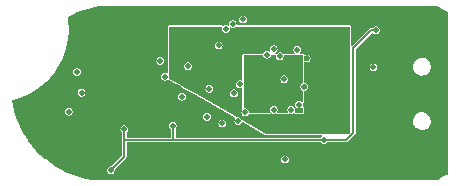
<source format=gbr>
%TF.GenerationSoftware,KiCad,Pcbnew,(6.0.8)*%
%TF.CreationDate,2022-10-18T11:45:21-07:00*%
%TF.ProjectId,ovrdrive,6f767264-7269-4766-952e-6b696361645f,rev?*%
%TF.SameCoordinates,Original*%
%TF.FileFunction,Copper,L2,Inr*%
%TF.FilePolarity,Positive*%
%FSLAX46Y46*%
G04 Gerber Fmt 4.6, Leading zero omitted, Abs format (unit mm)*
G04 Created by KiCad (PCBNEW (6.0.8)) date 2022-10-18 11:45:21*
%MOMM*%
%LPD*%
G01*
G04 APERTURE LIST*
%TA.AperFunction,ComponentPad*%
%ADD10O,3.500000X1.900000*%
%TD*%
%TA.AperFunction,ViaPad*%
%ADD11C,0.460000*%
%TD*%
%TA.AperFunction,Conductor*%
%ADD12C,0.200000*%
%TD*%
G04 APERTURE END LIST*
D10*
%TO.N,GND*%
%TO.C,J1*%
X142100000Y-98500000D03*
X142100000Y-109900000D03*
%TD*%
D11*
%TO.N,GND*%
X126950000Y-97150000D03*
X110050000Y-106100000D03*
X139750000Y-110950000D03*
X136500000Y-108600000D03*
X135500000Y-97050000D03*
X132350000Y-101200000D03*
X132150000Y-103600000D03*
X122550000Y-105950000D03*
X118700000Y-99150000D03*
X114050000Y-109700000D03*
X114400000Y-106600000D03*
%TO.N,+1V8*%
X131750000Y-104220000D03*
X127300000Y-102200000D03*
X128600000Y-105500000D03*
X131000000Y-101200000D03*
%TO.N,Net-(JP1-Pad2)*%
X130500000Y-109750000D03*
%TO.N,/INHIBIT*%
X112200000Y-105700000D03*
X120350000Y-102750000D03*
%TO.N,/RB1*%
X131550000Y-100450000D03*
%TO.N,/RB0*%
X130050000Y-101010000D03*
%TO.N,/~{CE1}*%
X130450000Y-102950000D03*
%TO.N,/DQS*%
X129550000Y-105540500D03*
%TO.N,/~{CE3}*%
X131050000Y-105540500D03*
%TO.N,/~{CE2}*%
X131700000Y-105100000D03*
%TO.N,/~{RE}*%
X129550000Y-100400000D03*
%TO.N,/~{CE}*%
X119950000Y-101400000D03*
X128991864Y-100879856D03*
%TO.N,/~{WP}*%
X123900000Y-106150000D03*
%TO.N,/~{WE}*%
X125200000Y-106700000D03*
%TO.N,/ALE*%
X126550000Y-106500000D03*
%TO.N,/CLE*%
X127150000Y-105740500D03*
%TO.N,Net-(U2-Pad9)*%
X122300000Y-101850000D03*
%TO.N,+3.3V*%
X128000000Y-106500000D03*
X121400000Y-101400000D03*
X130600000Y-100400000D03*
X126300000Y-102700000D03*
X132400000Y-102100000D03*
X129100000Y-106500000D03*
X123300000Y-101304500D03*
X132400000Y-105100000D03*
%TO.N,GND*%
X132500000Y-109000000D03*
X131000000Y-110600000D03*
%TO.N,+5V*%
X116895500Y-107200000D03*
X115750000Y-110650000D03*
X138200000Y-98800000D03*
X121000000Y-106900000D03*
X133800000Y-108095500D03*
%TO.N,/Distruct_PWM*%
X113279500Y-104100000D03*
X138000000Y-101950000D03*
%TO.N,/KILL*%
X112900000Y-102350000D03*
%TO.N,/FD7*%
X126950000Y-97900000D03*
%TO.N,/FD6*%
X126072701Y-98279500D03*
%TO.N,/FD5*%
X125500000Y-98700000D03*
%TO.N,/FD4*%
X124900000Y-100100000D03*
%TO.N,/FD3*%
X126677375Y-103384648D03*
%TO.N,/FD2*%
X124104500Y-103764148D03*
%TO.N,/FD1*%
X121770207Y-104429793D03*
%TO.N,/FD0*%
X126204500Y-104150000D03*
%TD*%
D12*
%TO.N,+5V*%
X121050000Y-106950000D02*
X121000000Y-106900000D01*
X136300000Y-100300000D02*
X136300000Y-107500000D01*
X121050000Y-108100000D02*
X121050000Y-106950000D01*
X138200000Y-98800000D02*
X137800000Y-98800000D01*
X116900000Y-108100000D02*
X116895500Y-108104500D01*
X136300000Y-107500000D02*
X135704500Y-108095500D01*
X116895500Y-108104500D02*
X116895500Y-109504500D01*
X121050000Y-108100000D02*
X116900000Y-108100000D01*
X116895500Y-107200000D02*
X116895500Y-108104500D01*
X133800000Y-108095500D02*
X133795500Y-108100000D01*
X137800000Y-98800000D02*
X136600000Y-100000000D01*
X116895500Y-109504500D02*
X115750000Y-110650000D01*
X135704500Y-108095500D02*
X133800000Y-108095500D01*
X136600000Y-100000000D02*
X136300000Y-100300000D01*
X133795500Y-108100000D02*
X121050000Y-108100000D01*
%TD*%
%TA.AperFunction,Conductor*%
%TO.N,GND*%
G36*
X143451717Y-96738710D02*
G01*
X143572711Y-96860679D01*
X143760559Y-97005601D01*
X143761960Y-97006412D01*
X143949016Y-97114710D01*
X143965882Y-97124475D01*
X143967364Y-97125088D01*
X143967369Y-97125091D01*
X144183599Y-97214607D01*
X144183606Y-97214609D01*
X144185093Y-97215225D01*
X144186656Y-97215641D01*
X144297569Y-97245170D01*
X144327359Y-97267953D01*
X144333963Y-97292521D01*
X144333963Y-110954924D01*
X144319611Y-110989572D01*
X144297569Y-111002275D01*
X144267317Y-111010329D01*
X144185095Y-111032219D01*
X144183599Y-111032838D01*
X144183597Y-111032839D01*
X144078107Y-111076508D01*
X143965885Y-111122964D01*
X143760562Y-111241833D01*
X143572713Y-111386749D01*
X143571578Y-111387893D01*
X143571577Y-111387894D01*
X143451702Y-111508729D01*
X143416916Y-111523219D01*
X115307538Y-111523219D01*
X115292762Y-111520938D01*
X115291029Y-111520390D01*
X115291028Y-111520390D01*
X115283630Y-111518050D01*
X115276269Y-111520506D01*
X115274694Y-111520518D01*
X115260652Y-111522605D01*
X114738980Y-111508640D01*
X114735610Y-111508433D01*
X114194885Y-111456380D01*
X114191525Y-111455938D01*
X113655715Y-111366619D01*
X113652416Y-111365952D01*
X113124047Y-111239791D01*
X113120806Y-111238898D01*
X112602428Y-111076503D01*
X112599255Y-111075388D01*
X112093359Y-110877539D01*
X112090249Y-110876197D01*
X112068106Y-110865718D01*
X111612266Y-110650000D01*
X115414402Y-110650000D01*
X115434641Y-110764781D01*
X115492917Y-110865718D01*
X115582201Y-110940636D01*
X115586227Y-110942101D01*
X115586228Y-110942102D01*
X115621456Y-110954924D01*
X115691724Y-110980500D01*
X115808276Y-110980500D01*
X115878544Y-110954924D01*
X115913772Y-110942102D01*
X115913773Y-110942101D01*
X115917799Y-110940636D01*
X116007083Y-110865718D01*
X116065359Y-110764781D01*
X116085598Y-110650000D01*
X116084854Y-110645781D01*
X116084854Y-110645777D01*
X116082226Y-110630875D01*
X116090342Y-110594261D01*
X116095833Y-110587717D01*
X116933550Y-109750000D01*
X130164402Y-109750000D01*
X130184641Y-109864781D01*
X130242917Y-109965718D01*
X130332201Y-110040636D01*
X130336227Y-110042101D01*
X130336228Y-110042102D01*
X130392435Y-110062560D01*
X130441724Y-110080500D01*
X130558276Y-110080500D01*
X130607565Y-110062560D01*
X130663772Y-110042102D01*
X130663773Y-110042101D01*
X130667799Y-110040636D01*
X130757083Y-109965718D01*
X130815359Y-109864781D01*
X130835598Y-109750000D01*
X130815359Y-109635219D01*
X130812515Y-109630292D01*
X130759227Y-109537996D01*
X130757083Y-109534282D01*
X130667799Y-109459364D01*
X130663773Y-109457899D01*
X130663772Y-109457898D01*
X130562306Y-109420967D01*
X130562307Y-109420967D01*
X130558276Y-109419500D01*
X130441724Y-109419500D01*
X130437693Y-109420967D01*
X130437694Y-109420967D01*
X130336228Y-109457898D01*
X130336227Y-109457899D01*
X130332201Y-109459364D01*
X130242917Y-109534282D01*
X130240773Y-109537996D01*
X130187486Y-109630292D01*
X130184641Y-109635219D01*
X130164402Y-109750000D01*
X116933550Y-109750000D01*
X117007186Y-109676364D01*
X117014284Y-109671334D01*
X117014233Y-109671270D01*
X117018549Y-109667837D01*
X117023524Y-109665448D01*
X117043481Y-109640493D01*
X117047101Y-109636449D01*
X117053258Y-109630292D01*
X117054721Y-109627965D01*
X117054723Y-109627962D01*
X117057723Y-109623189D01*
X117060940Y-109618662D01*
X117077209Y-109598318D01*
X117080656Y-109594008D01*
X117081893Y-109588628D01*
X117084293Y-109583664D01*
X117084309Y-109583672D01*
X117084855Y-109582358D01*
X117084839Y-109582352D01*
X117086663Y-109577144D01*
X117089599Y-109572472D01*
X117093146Y-109541095D01*
X117094080Y-109535632D01*
X117096000Y-109527281D01*
X117096000Y-109518615D01*
X117096310Y-109513110D01*
X117099255Y-109487061D01*
X117099875Y-109481576D01*
X117098055Y-109476364D01*
X117097440Y-109470884D01*
X117097477Y-109470880D01*
X117096000Y-109462171D01*
X117096000Y-108349500D01*
X117110352Y-108314852D01*
X117145000Y-108300500D01*
X121044108Y-108300500D01*
X121095318Y-108300545D01*
X121095563Y-108300545D01*
X121095638Y-108300509D01*
X121095719Y-108300500D01*
X133512309Y-108300500D01*
X133543806Y-108311964D01*
X133632201Y-108386136D01*
X133636227Y-108387601D01*
X133636228Y-108387602D01*
X133697897Y-108410048D01*
X133741724Y-108426000D01*
X133858276Y-108426000D01*
X133902103Y-108410048D01*
X133963772Y-108387602D01*
X133963773Y-108387601D01*
X133967799Y-108386136D01*
X134054629Y-108313277D01*
X134054631Y-108313276D01*
X134057083Y-108311218D01*
X134057539Y-108311762D01*
X134087460Y-108296186D01*
X134091730Y-108296000D01*
X135661948Y-108296000D01*
X135670522Y-108297461D01*
X135670531Y-108297381D01*
X135676012Y-108298006D01*
X135681219Y-108299834D01*
X135686702Y-108299224D01*
X135686704Y-108299224D01*
X135712967Y-108296301D01*
X135718386Y-108296000D01*
X135727103Y-108296000D01*
X135729780Y-108295389D01*
X135729782Y-108295389D01*
X135735283Y-108294134D01*
X135740745Y-108293210D01*
X135772133Y-108289717D01*
X135776810Y-108286789D01*
X135782022Y-108284974D01*
X135782028Y-108284990D01*
X135783340Y-108284448D01*
X135783333Y-108284433D01*
X135788308Y-108282039D01*
X135793685Y-108280812D01*
X135818389Y-108261126D01*
X135822900Y-108257933D01*
X135830166Y-108253384D01*
X135836297Y-108247253D01*
X135840408Y-108243580D01*
X135860907Y-108227245D01*
X135865224Y-108223805D01*
X135867623Y-108218831D01*
X135871062Y-108214523D01*
X135871091Y-108214547D01*
X135876205Y-108207345D01*
X136411686Y-107671864D01*
X136418784Y-107666834D01*
X136418733Y-107666770D01*
X136423049Y-107663337D01*
X136428024Y-107660948D01*
X136447981Y-107635993D01*
X136451601Y-107631949D01*
X136457758Y-107625792D01*
X136459221Y-107623465D01*
X136459223Y-107623462D01*
X136462223Y-107618689D01*
X136465440Y-107614162D01*
X136481709Y-107593818D01*
X136485156Y-107589508D01*
X136486393Y-107584128D01*
X136488793Y-107579164D01*
X136488809Y-107579172D01*
X136489355Y-107577858D01*
X136489339Y-107577852D01*
X136491163Y-107572644D01*
X136494099Y-107567972D01*
X136497646Y-107536600D01*
X136498581Y-107531128D01*
X136499878Y-107525485D01*
X136500500Y-107522781D01*
X136500500Y-107514109D01*
X136500810Y-107508605D01*
X136503754Y-107482557D01*
X136504374Y-107477076D01*
X136502555Y-107471868D01*
X136501940Y-107466384D01*
X136501976Y-107466380D01*
X136500500Y-107457674D01*
X136500500Y-106540862D01*
X141345497Y-106540862D01*
X141375134Y-106713340D01*
X141376249Y-106715960D01*
X141376250Y-106715964D01*
X141408647Y-106792102D01*
X141443654Y-106874373D01*
X141547383Y-107015324D01*
X141549551Y-107017166D01*
X141549553Y-107017168D01*
X141634621Y-107089438D01*
X141680755Y-107128632D01*
X141836616Y-107208219D01*
X141839384Y-107208896D01*
X141839383Y-107208896D01*
X142004487Y-107249297D01*
X142004493Y-107249298D01*
X142006606Y-107249815D01*
X142017648Y-107250500D01*
X142143822Y-107250500D01*
X142273828Y-107235343D01*
X142438331Y-107175631D01*
X142440708Y-107174072D01*
X142440711Y-107174071D01*
X142492313Y-107140239D01*
X142584685Y-107079677D01*
X142669035Y-106990636D01*
X142703082Y-106954695D01*
X142705040Y-106952628D01*
X142726479Y-106915718D01*
X142791508Y-106803763D01*
X142791510Y-106803758D01*
X142792939Y-106801298D01*
X142819579Y-106713340D01*
X142842842Y-106636532D01*
X142842842Y-106636529D01*
X142843667Y-106633807D01*
X142854503Y-106459138D01*
X142824866Y-106286660D01*
X142823751Y-106284040D01*
X142823750Y-106284036D01*
X142757462Y-106128250D01*
X142756346Y-106125627D01*
X142652617Y-105984676D01*
X142650449Y-105982834D01*
X142650447Y-105982832D01*
X142521412Y-105873209D01*
X142519245Y-105871368D01*
X142363384Y-105791781D01*
X142339317Y-105785892D01*
X142195513Y-105750703D01*
X142195507Y-105750702D01*
X142193394Y-105750185D01*
X142182352Y-105749500D01*
X142056178Y-105749500D01*
X141926172Y-105764657D01*
X141761669Y-105824369D01*
X141759292Y-105825928D01*
X141759289Y-105825929D01*
X141710529Y-105857898D01*
X141615315Y-105920323D01*
X141494960Y-106047372D01*
X141493530Y-106049834D01*
X141408492Y-106196237D01*
X141408490Y-106196242D01*
X141407061Y-106198702D01*
X141406235Y-106201431D01*
X141406234Y-106201432D01*
X141357602Y-106362004D01*
X141356333Y-106366193D01*
X141345497Y-106540862D01*
X136500500Y-106540862D01*
X136500500Y-101950000D01*
X137664402Y-101950000D01*
X137684641Y-102064781D01*
X137742917Y-102165718D01*
X137832201Y-102240636D01*
X137836227Y-102242101D01*
X137836228Y-102242102D01*
X137897897Y-102264548D01*
X137941724Y-102280500D01*
X138058276Y-102280500D01*
X138102103Y-102264548D01*
X138163772Y-102242102D01*
X138163773Y-102242101D01*
X138167799Y-102240636D01*
X138257083Y-102165718D01*
X138315359Y-102064781D01*
X138335598Y-101950000D01*
X138333987Y-101940862D01*
X141345497Y-101940862D01*
X141375134Y-102113340D01*
X141376249Y-102115960D01*
X141376250Y-102115964D01*
X141411399Y-102198568D01*
X141443654Y-102274373D01*
X141547383Y-102415324D01*
X141549551Y-102417166D01*
X141549553Y-102417168D01*
X141674978Y-102523724D01*
X141680755Y-102528632D01*
X141683284Y-102529924D01*
X141683285Y-102529924D01*
X141687192Y-102531919D01*
X141836616Y-102608219D01*
X141839384Y-102608896D01*
X141839383Y-102608896D01*
X142004487Y-102649297D01*
X142004493Y-102649298D01*
X142006606Y-102649815D01*
X142017648Y-102650500D01*
X142143822Y-102650500D01*
X142273828Y-102635343D01*
X142438331Y-102575631D01*
X142440708Y-102574072D01*
X142440711Y-102574071D01*
X142507301Y-102530412D01*
X142584685Y-102479677D01*
X142705040Y-102352628D01*
X142746935Y-102280500D01*
X142791508Y-102203763D01*
X142791510Y-102203758D01*
X142792939Y-102201298D01*
X142793766Y-102198568D01*
X142842842Y-102036532D01*
X142842842Y-102036529D01*
X142843667Y-102033807D01*
X142854503Y-101859138D01*
X142824866Y-101686660D01*
X142823751Y-101684040D01*
X142823750Y-101684036D01*
X142757462Y-101528250D01*
X142756346Y-101525627D01*
X142652617Y-101384676D01*
X142650449Y-101382834D01*
X142650447Y-101382832D01*
X142521412Y-101273209D01*
X142519245Y-101271368D01*
X142515844Y-101269631D01*
X142490867Y-101256878D01*
X142363384Y-101191781D01*
X142321475Y-101181526D01*
X142195513Y-101150703D01*
X142195507Y-101150702D01*
X142193394Y-101150185D01*
X142182352Y-101149500D01*
X142056178Y-101149500D01*
X141926172Y-101164657D01*
X141761669Y-101224369D01*
X141759292Y-101225928D01*
X141759289Y-101225929D01*
X141708387Y-101259302D01*
X141615315Y-101320323D01*
X141494960Y-101447372D01*
X141493530Y-101449834D01*
X141408492Y-101596237D01*
X141408490Y-101596242D01*
X141407061Y-101598702D01*
X141406235Y-101601431D01*
X141406234Y-101601432D01*
X141363591Y-101742230D01*
X141356333Y-101766193D01*
X141345497Y-101940862D01*
X138333987Y-101940862D01*
X138315359Y-101835219D01*
X138257083Y-101734282D01*
X138167799Y-101659364D01*
X138163773Y-101657899D01*
X138163772Y-101657898D01*
X138062306Y-101620967D01*
X138062307Y-101620967D01*
X138058276Y-101619500D01*
X137941724Y-101619500D01*
X137937693Y-101620967D01*
X137937694Y-101620967D01*
X137836228Y-101657898D01*
X137836227Y-101657899D01*
X137832201Y-101659364D01*
X137742917Y-101734282D01*
X137684641Y-101835219D01*
X137664402Y-101950000D01*
X136500500Y-101950000D01*
X136500500Y-100403346D01*
X136514852Y-100368698D01*
X136757758Y-100125792D01*
X137868697Y-99014852D01*
X137903345Y-99000500D01*
X137908270Y-99000500D01*
X137942260Y-99014579D01*
X137942917Y-99015718D01*
X138032201Y-99090636D01*
X138036227Y-99092101D01*
X138036228Y-99092102D01*
X138097897Y-99114548D01*
X138141724Y-99130500D01*
X138258276Y-99130500D01*
X138302103Y-99114548D01*
X138363772Y-99092102D01*
X138363773Y-99092101D01*
X138367799Y-99090636D01*
X138457083Y-99015718D01*
X138515359Y-98914781D01*
X138535598Y-98800000D01*
X138515359Y-98685219D01*
X138457083Y-98584282D01*
X138367799Y-98509364D01*
X138363773Y-98507899D01*
X138363772Y-98507898D01*
X138280365Y-98477540D01*
X138258276Y-98469500D01*
X138141724Y-98469500D01*
X138119635Y-98477540D01*
X138036228Y-98507898D01*
X138036227Y-98507899D01*
X138032201Y-98509364D01*
X137945371Y-98582223D01*
X137945369Y-98582224D01*
X137942917Y-98584282D01*
X137942461Y-98583738D01*
X137912540Y-98599314D01*
X137908270Y-98599500D01*
X137842552Y-98599500D01*
X137833980Y-98598038D01*
X137833971Y-98598119D01*
X137828486Y-98597494D01*
X137823281Y-98595666D01*
X137817798Y-98596276D01*
X137817796Y-98596276D01*
X137791532Y-98599199D01*
X137786113Y-98599500D01*
X137777397Y-98599500D01*
X137769213Y-98601367D01*
X137763747Y-98602291D01*
X137755256Y-98603235D01*
X137737853Y-98605172D01*
X137737852Y-98605172D01*
X137732366Y-98605783D01*
X137727688Y-98608712D01*
X137722478Y-98610526D01*
X137722472Y-98610509D01*
X137721160Y-98611052D01*
X137721167Y-98611067D01*
X137716192Y-98613461D01*
X137710815Y-98614688D01*
X137706502Y-98618125D01*
X137706500Y-98618126D01*
X137686126Y-98634362D01*
X137681592Y-98637572D01*
X137674333Y-98642117D01*
X137668203Y-98648247D01*
X137664092Y-98651920D01*
X137639276Y-98671695D01*
X137636877Y-98676669D01*
X137633438Y-98680977D01*
X137633409Y-98680953D01*
X137628295Y-98688155D01*
X136189148Y-100127302D01*
X136154500Y-100141654D01*
X136119852Y-100127302D01*
X136105500Y-100092654D01*
X136105500Y-98549000D01*
X136097469Y-98508626D01*
X136089940Y-98490449D01*
X136083487Y-98474870D01*
X136083482Y-98474859D01*
X136083117Y-98473978D01*
X136075602Y-98459229D01*
X136034821Y-98424398D01*
X136028954Y-98419387D01*
X136028953Y-98419386D01*
X136026022Y-98416883D01*
X135991374Y-98402531D01*
X135989012Y-98402061D01*
X135989008Y-98402060D01*
X135971187Y-98398516D01*
X135951000Y-98394500D01*
X126446418Y-98394500D01*
X126411770Y-98380148D01*
X126397418Y-98345500D01*
X126398162Y-98336991D01*
X126407555Y-98283720D01*
X126407555Y-98283719D01*
X126408299Y-98279500D01*
X126388060Y-98164719D01*
X126329784Y-98063782D01*
X126240500Y-97988864D01*
X126236474Y-97987399D01*
X126236473Y-97987398D01*
X126135007Y-97950467D01*
X126135008Y-97950467D01*
X126130977Y-97949000D01*
X126014425Y-97949000D01*
X126010394Y-97950467D01*
X126010395Y-97950467D01*
X125908929Y-97987398D01*
X125908928Y-97987399D01*
X125904902Y-97988864D01*
X125815618Y-98063782D01*
X125757342Y-98164719D01*
X125737103Y-98279500D01*
X125747241Y-98336991D01*
X125752635Y-98367584D01*
X125744518Y-98404198D01*
X125712888Y-98424349D01*
X125676274Y-98416232D01*
X125672883Y-98413630D01*
X125671082Y-98412118D01*
X125671079Y-98412116D01*
X125667799Y-98409364D01*
X125663773Y-98407899D01*
X125663772Y-98407898D01*
X125562306Y-98370967D01*
X125562307Y-98370967D01*
X125558276Y-98369500D01*
X125441724Y-98369500D01*
X125437693Y-98370967D01*
X125437694Y-98370967D01*
X125336228Y-98407898D01*
X125336227Y-98407899D01*
X125332201Y-98409364D01*
X125328918Y-98412119D01*
X125304955Y-98432226D01*
X125269187Y-98443504D01*
X125241635Y-98431950D01*
X125226926Y-98419387D01*
X125226925Y-98419387D01*
X125223994Y-98416883D01*
X125189346Y-98402531D01*
X125186984Y-98402061D01*
X125186980Y-98402060D01*
X125169159Y-98398516D01*
X125148972Y-98394500D01*
X120749000Y-98394500D01*
X120728813Y-98398516D01*
X120710992Y-98402060D01*
X120710988Y-98402061D01*
X120708626Y-98402531D01*
X120692130Y-98409364D01*
X120674870Y-98416513D01*
X120674859Y-98416518D01*
X120673978Y-98416883D01*
X120659229Y-98424398D01*
X120642911Y-98443504D01*
X120619455Y-98470967D01*
X120616883Y-98473978D01*
X120602531Y-98508626D01*
X120594500Y-98549000D01*
X120594500Y-102419636D01*
X120580148Y-102454284D01*
X120545500Y-102468636D01*
X120521038Y-102462082D01*
X120517799Y-102459364D01*
X120408276Y-102419500D01*
X120291724Y-102419500D01*
X120287693Y-102420967D01*
X120287694Y-102420967D01*
X120186228Y-102457898D01*
X120186227Y-102457899D01*
X120182201Y-102459364D01*
X120092917Y-102534282D01*
X120034641Y-102635219D01*
X120033897Y-102639438D01*
X120026915Y-102679033D01*
X120014402Y-102750000D01*
X120034641Y-102864781D01*
X120036784Y-102868492D01*
X120036784Y-102868493D01*
X120050570Y-102892371D01*
X120092917Y-102965718D01*
X120182201Y-103040636D01*
X120186227Y-103042101D01*
X120186228Y-103042102D01*
X120247897Y-103064548D01*
X120291724Y-103080500D01*
X120408276Y-103080500D01*
X120452103Y-103064548D01*
X120513772Y-103042102D01*
X120513773Y-103042101D01*
X120517799Y-103040636D01*
X120584799Y-102984417D01*
X120620566Y-102973139D01*
X120648488Y-102985012D01*
X120672170Y-103005650D01*
X120674253Y-103006844D01*
X120674256Y-103006846D01*
X121315747Y-103374529D01*
X121333401Y-103384648D01*
X121493093Y-103476179D01*
X121995507Y-103764148D01*
X122155199Y-103855679D01*
X122668696Y-104150000D01*
X122828388Y-104241531D01*
X126158058Y-106150000D01*
X126275035Y-106217048D01*
X126297958Y-106246729D01*
X126293180Y-106283927D01*
X126292955Y-106284250D01*
X126292917Y-106284282D01*
X126234641Y-106385219D01*
X126214402Y-106500000D01*
X126234641Y-106614781D01*
X126292917Y-106715718D01*
X126382201Y-106790636D01*
X126386227Y-106792101D01*
X126386228Y-106792102D01*
X126411494Y-106801298D01*
X126491724Y-106830500D01*
X126608276Y-106830500D01*
X126688506Y-106801298D01*
X126713772Y-106792102D01*
X126713773Y-106792101D01*
X126717799Y-106790636D01*
X126807083Y-106715718D01*
X126865359Y-106614781D01*
X126866718Y-106615565D01*
X126888013Y-106592327D01*
X126925480Y-106590692D01*
X126933087Y-106594225D01*
X128631966Y-107567972D01*
X128836218Y-107685043D01*
X128837692Y-107685649D01*
X128837693Y-107685650D01*
X128860055Y-107694851D01*
X128860060Y-107694853D01*
X128861536Y-107695460D01*
X128863077Y-107695870D01*
X128863082Y-107695872D01*
X128884362Y-107701538D01*
X128884366Y-107701539D01*
X128885903Y-107701948D01*
X128913048Y-107705500D01*
X133627308Y-107705500D01*
X133661956Y-107719852D01*
X133676308Y-107754500D01*
X133661956Y-107789148D01*
X133644067Y-107800545D01*
X133636228Y-107803398D01*
X133636227Y-107803399D01*
X133632201Y-107804864D01*
X133542917Y-107879782D01*
X133541470Y-107882289D01*
X133508764Y-107899314D01*
X133504494Y-107899500D01*
X121299500Y-107899500D01*
X121264852Y-107885148D01*
X121250500Y-107850500D01*
X121250500Y-107140239D01*
X121259133Y-107116901D01*
X121257083Y-107115718D01*
X121313216Y-107018493D01*
X121313216Y-107018492D01*
X121315359Y-107014781D01*
X121335598Y-106900000D01*
X121315359Y-106785219D01*
X121266158Y-106700000D01*
X124864402Y-106700000D01*
X124884641Y-106814781D01*
X124942917Y-106915718D01*
X125032201Y-106990636D01*
X125036227Y-106992101D01*
X125036228Y-106992102D01*
X125086946Y-107010562D01*
X125141724Y-107030500D01*
X125258276Y-107030500D01*
X125313054Y-107010562D01*
X125363772Y-106992102D01*
X125363773Y-106992101D01*
X125367799Y-106990636D01*
X125457083Y-106915718D01*
X125515359Y-106814781D01*
X125535598Y-106700000D01*
X125515359Y-106585219D01*
X125457083Y-106484282D01*
X125367799Y-106409364D01*
X125363773Y-106407899D01*
X125363772Y-106407898D01*
X125262306Y-106370967D01*
X125262307Y-106370967D01*
X125258276Y-106369500D01*
X125141724Y-106369500D01*
X125137693Y-106370967D01*
X125137694Y-106370967D01*
X125036228Y-106407898D01*
X125036227Y-106407899D01*
X125032201Y-106409364D01*
X124942917Y-106484282D01*
X124884641Y-106585219D01*
X124864402Y-106700000D01*
X121266158Y-106700000D01*
X121257083Y-106684282D01*
X121167799Y-106609364D01*
X121163773Y-106607899D01*
X121163772Y-106607898D01*
X121062306Y-106570967D01*
X121062307Y-106570967D01*
X121058276Y-106569500D01*
X120941724Y-106569500D01*
X120937693Y-106570967D01*
X120937694Y-106570967D01*
X120836228Y-106607898D01*
X120836227Y-106607899D01*
X120832201Y-106609364D01*
X120742917Y-106684282D01*
X120684641Y-106785219D01*
X120664402Y-106900000D01*
X120684641Y-107014781D01*
X120742917Y-107115718D01*
X120759847Y-107129924D01*
X120831997Y-107190465D01*
X120849314Y-107223730D01*
X120849500Y-107228001D01*
X120849500Y-107850500D01*
X120835148Y-107885148D01*
X120800500Y-107899500D01*
X117145000Y-107899500D01*
X117110352Y-107885148D01*
X117096000Y-107850500D01*
X117096000Y-107486046D01*
X117110352Y-107451398D01*
X117113503Y-107448510D01*
X117152583Y-107415718D01*
X117210859Y-107314781D01*
X117231098Y-107200000D01*
X117210859Y-107085219D01*
X117152583Y-106984282D01*
X117063299Y-106909364D01*
X117059273Y-106907899D01*
X117059272Y-106907898D01*
X116967164Y-106874373D01*
X116953776Y-106869500D01*
X116837224Y-106869500D01*
X116823836Y-106874373D01*
X116731728Y-106907898D01*
X116731727Y-106907899D01*
X116727701Y-106909364D01*
X116638417Y-106984282D01*
X116580141Y-107085219D01*
X116559902Y-107200000D01*
X116580141Y-107314781D01*
X116638417Y-107415718D01*
X116677497Y-107448510D01*
X116694814Y-107481775D01*
X116695000Y-107486046D01*
X116695000Y-108090391D01*
X116694690Y-108095895D01*
X116691126Y-108127424D01*
X116692945Y-108132633D01*
X116693560Y-108138117D01*
X116693523Y-108138121D01*
X116695000Y-108146828D01*
X116695000Y-109401154D01*
X116680648Y-109435802D01*
X115811302Y-110305148D01*
X115776654Y-110319500D01*
X115691724Y-110319500D01*
X115687693Y-110320967D01*
X115687694Y-110320967D01*
X115586228Y-110357898D01*
X115586227Y-110357899D01*
X115582201Y-110359364D01*
X115492917Y-110434282D01*
X115434641Y-110535219D01*
X115414402Y-110650000D01*
X111612266Y-110650000D01*
X111599251Y-110643841D01*
X111596240Y-110642287D01*
X111498958Y-110587717D01*
X111122470Y-110376527D01*
X111119590Y-110374776D01*
X110665343Y-110076897D01*
X110662605Y-110074964D01*
X110230021Y-109746368D01*
X110227407Y-109744236D01*
X110143088Y-109670457D01*
X109818607Y-109386536D01*
X109816138Y-109384221D01*
X109789978Y-109357922D01*
X109433047Y-108999103D01*
X109430741Y-108996618D01*
X109075206Y-108585939D01*
X109073077Y-108583300D01*
X108746800Y-108149031D01*
X108744858Y-108146252D01*
X108739845Y-108138518D01*
X108459143Y-107705500D01*
X108449376Y-107690433D01*
X108447632Y-107687526D01*
X108331036Y-107477076D01*
X108184388Y-107212383D01*
X108182853Y-107209371D01*
X108182632Y-107208896D01*
X107953093Y-106717156D01*
X107951766Y-106714036D01*
X107756594Y-106207114D01*
X107755486Y-106203910D01*
X107738909Y-106150000D01*
X123564402Y-106150000D01*
X123584641Y-106264781D01*
X123642917Y-106365718D01*
X123732201Y-106440636D01*
X123736227Y-106442101D01*
X123736228Y-106442102D01*
X123775327Y-106456333D01*
X123841724Y-106480500D01*
X123958276Y-106480500D01*
X124024673Y-106456333D01*
X124063772Y-106442102D01*
X124063773Y-106442101D01*
X124067799Y-106440636D01*
X124157083Y-106365718D01*
X124215359Y-106264781D01*
X124235598Y-106150000D01*
X124217502Y-106047372D01*
X124216103Y-106039438D01*
X124215359Y-106035219D01*
X124212635Y-106030500D01*
X124159227Y-105937996D01*
X124157083Y-105934282D01*
X124067799Y-105859364D01*
X124063773Y-105857899D01*
X124063772Y-105857898D01*
X123962306Y-105820967D01*
X123962307Y-105820967D01*
X123958276Y-105819500D01*
X123841724Y-105819500D01*
X123837693Y-105820967D01*
X123837694Y-105820967D01*
X123736228Y-105857898D01*
X123736227Y-105857899D01*
X123732201Y-105859364D01*
X123642917Y-105934282D01*
X123640773Y-105937996D01*
X123587366Y-106030500D01*
X123584641Y-106035219D01*
X123583897Y-106039438D01*
X123582498Y-106047372D01*
X123564402Y-106150000D01*
X107738909Y-106150000D01*
X107600539Y-105700000D01*
X111864402Y-105700000D01*
X111884641Y-105814781D01*
X111886784Y-105818492D01*
X111886784Y-105818493D01*
X111888212Y-105820967D01*
X111942917Y-105915718D01*
X112032201Y-105990636D01*
X112036227Y-105992101D01*
X112036228Y-105992102D01*
X112097897Y-106014548D01*
X112141724Y-106030500D01*
X112258276Y-106030500D01*
X112302103Y-106014548D01*
X112363772Y-105992102D01*
X112363773Y-105992101D01*
X112367799Y-105990636D01*
X112457083Y-105915718D01*
X112511788Y-105820967D01*
X112513216Y-105818493D01*
X112513216Y-105818492D01*
X112515359Y-105814781D01*
X112535598Y-105700000D01*
X112515359Y-105585219D01*
X112457083Y-105484282D01*
X112367799Y-105409364D01*
X112363773Y-105407899D01*
X112363772Y-105407898D01*
X112262306Y-105370967D01*
X112262307Y-105370967D01*
X112258276Y-105369500D01*
X112141724Y-105369500D01*
X112137693Y-105370967D01*
X112137694Y-105370967D01*
X112036228Y-105407898D01*
X112036227Y-105407899D01*
X112032201Y-105409364D01*
X111942917Y-105484282D01*
X111884641Y-105585219D01*
X111864402Y-105700000D01*
X107600539Y-105700000D01*
X107595836Y-105684705D01*
X107594952Y-105681431D01*
X107471587Y-105152426D01*
X107470932Y-105149100D01*
X107406324Y-104748502D01*
X107414976Y-104712011D01*
X107443081Y-104693097D01*
X107766412Y-104614186D01*
X107766423Y-104614183D01*
X107767332Y-104613961D01*
X107978634Y-104544574D01*
X108218191Y-104465909D01*
X108218203Y-104465904D01*
X108219109Y-104465607D01*
X108657970Y-104282541D01*
X109014586Y-104100000D01*
X112943902Y-104100000D01*
X112964141Y-104214781D01*
X113022417Y-104315718D01*
X113111701Y-104390636D01*
X113115727Y-104392101D01*
X113115728Y-104392102D01*
X113177397Y-104414548D01*
X113221224Y-104430500D01*
X113337776Y-104430500D01*
X113339718Y-104429793D01*
X121434609Y-104429793D01*
X121454848Y-104544574D01*
X121513124Y-104645511D01*
X121602408Y-104720429D01*
X121606434Y-104721894D01*
X121606435Y-104721895D01*
X121668104Y-104744341D01*
X121711931Y-104760293D01*
X121828483Y-104760293D01*
X121872310Y-104744341D01*
X121933979Y-104721895D01*
X121933980Y-104721894D01*
X121938006Y-104720429D01*
X122027290Y-104645511D01*
X122085566Y-104544574D01*
X122105805Y-104429793D01*
X122085566Y-104315012D01*
X122027290Y-104214075D01*
X121938006Y-104139157D01*
X121933980Y-104137692D01*
X121933979Y-104137691D01*
X121872310Y-104115245D01*
X121828483Y-104099293D01*
X121711931Y-104099293D01*
X121668104Y-104115245D01*
X121606435Y-104137691D01*
X121606434Y-104137692D01*
X121602408Y-104139157D01*
X121513124Y-104214075D01*
X121454848Y-104315012D01*
X121434609Y-104429793D01*
X113339718Y-104429793D01*
X113381603Y-104414548D01*
X113443272Y-104392102D01*
X113443273Y-104392101D01*
X113447299Y-104390636D01*
X113536583Y-104315718D01*
X113594859Y-104214781D01*
X113615098Y-104100000D01*
X113594859Y-103985219D01*
X113536583Y-103884282D01*
X113447299Y-103809364D01*
X113443273Y-103807899D01*
X113443272Y-103807898D01*
X113341806Y-103770967D01*
X113341807Y-103770967D01*
X113337776Y-103769500D01*
X113221224Y-103769500D01*
X113217193Y-103770967D01*
X113217194Y-103770967D01*
X113115728Y-103807898D01*
X113115727Y-103807899D01*
X113111701Y-103809364D01*
X113022417Y-103884282D01*
X112964141Y-103985219D01*
X112943902Y-104100000D01*
X109014586Y-104100000D01*
X109081253Y-104065875D01*
X109486388Y-103816922D01*
X109492991Y-103812119D01*
X109870156Y-103537747D01*
X109870918Y-103537193D01*
X109871635Y-103536581D01*
X110231781Y-103229010D01*
X110231791Y-103229001D01*
X110232512Y-103228385D01*
X110568974Y-102892371D01*
X110878264Y-102531190D01*
X111010442Y-102350000D01*
X112564402Y-102350000D01*
X112584641Y-102464781D01*
X112642917Y-102565718D01*
X112732201Y-102640636D01*
X112736227Y-102642101D01*
X112736228Y-102642102D01*
X112797897Y-102664548D01*
X112841724Y-102680500D01*
X112958276Y-102680500D01*
X113002103Y-102664548D01*
X113063772Y-102642102D01*
X113063773Y-102642101D01*
X113067799Y-102640636D01*
X113157083Y-102565718D01*
X113215359Y-102464781D01*
X113235598Y-102350000D01*
X113215359Y-102235219D01*
X113157083Y-102134282D01*
X113067799Y-102059364D01*
X113063773Y-102057899D01*
X113063772Y-102057898D01*
X112993797Y-102032429D01*
X112958276Y-102019500D01*
X112841724Y-102019500D01*
X112806203Y-102032429D01*
X112736228Y-102057898D01*
X112736227Y-102057899D01*
X112732201Y-102059364D01*
X112642917Y-102134282D01*
X112584641Y-102235219D01*
X112564402Y-102350000D01*
X111010442Y-102350000D01*
X111158506Y-102147033D01*
X111158992Y-102146244D01*
X111158999Y-102146234D01*
X111407500Y-101743040D01*
X111407502Y-101743036D01*
X111407999Y-101742230D01*
X111583754Y-101400000D01*
X119614402Y-101400000D01*
X119634641Y-101514781D01*
X119692917Y-101615718D01*
X119782201Y-101690636D01*
X119786227Y-101692101D01*
X119786228Y-101692102D01*
X119847897Y-101714548D01*
X119891724Y-101730500D01*
X120008276Y-101730500D01*
X120052103Y-101714548D01*
X120113772Y-101692102D01*
X120113773Y-101692101D01*
X120117799Y-101690636D01*
X120207083Y-101615718D01*
X120265359Y-101514781D01*
X120285598Y-101400000D01*
X120271507Y-101320086D01*
X120266103Y-101289438D01*
X120265359Y-101285219D01*
X120207083Y-101184282D01*
X120117799Y-101109364D01*
X120113773Y-101107899D01*
X120113772Y-101107898D01*
X120012306Y-101070967D01*
X120012307Y-101070967D01*
X120008276Y-101069500D01*
X119891724Y-101069500D01*
X119887693Y-101070967D01*
X119887694Y-101070967D01*
X119786228Y-101107898D01*
X119786227Y-101107899D01*
X119782201Y-101109364D01*
X119692917Y-101184282D01*
X119634641Y-101285219D01*
X119633897Y-101289438D01*
X119628493Y-101320086D01*
X119614402Y-101400000D01*
X111583754Y-101400000D01*
X111625230Y-101319238D01*
X111808881Y-100880621D01*
X111957838Y-100429042D01*
X111972651Y-100368698D01*
X112070965Y-99968185D01*
X112070966Y-99968180D01*
X112071197Y-99967239D01*
X112148271Y-99498015D01*
X112150433Y-99472617D01*
X112188513Y-99025144D01*
X112188513Y-99025142D01*
X112188592Y-99024215D01*
X112188633Y-99018474D01*
X112190467Y-98755933D01*
X112191915Y-98548714D01*
X112191768Y-98546634D01*
X112158289Y-98075351D01*
X112158288Y-98075345D01*
X112158221Y-98074397D01*
X112132073Y-97900000D01*
X126614402Y-97900000D01*
X126634641Y-98014781D01*
X126692917Y-98115718D01*
X126782201Y-98190636D01*
X126786227Y-98192101D01*
X126786228Y-98192102D01*
X126847897Y-98214548D01*
X126891724Y-98230500D01*
X127008276Y-98230500D01*
X127052103Y-98214548D01*
X127113772Y-98192102D01*
X127113773Y-98192101D01*
X127117799Y-98190636D01*
X127207083Y-98115718D01*
X127265359Y-98014781D01*
X127285598Y-97900000D01*
X127265359Y-97785219D01*
X127207083Y-97684282D01*
X127117799Y-97609364D01*
X127113773Y-97607899D01*
X127113772Y-97607898D01*
X127012306Y-97570967D01*
X127012307Y-97570967D01*
X127008276Y-97569500D01*
X126891724Y-97569500D01*
X126887693Y-97570967D01*
X126887694Y-97570967D01*
X126786228Y-97607898D01*
X126786227Y-97607899D01*
X126782201Y-97609364D01*
X126692917Y-97684282D01*
X126634641Y-97785219D01*
X126614402Y-97900000D01*
X112132073Y-97900000D01*
X112115496Y-97789438D01*
X112103889Y-97712022D01*
X112112944Y-97675628D01*
X112129701Y-97661303D01*
X112224078Y-97612119D01*
X112466985Y-97485529D01*
X112469723Y-97484208D01*
X112914835Y-97286309D01*
X112917650Y-97285160D01*
X113374212Y-97115236D01*
X113377094Y-97114265D01*
X113843277Y-96972997D01*
X113846212Y-96972206D01*
X114115138Y-96908621D01*
X114320282Y-96860117D01*
X114323239Y-96859513D01*
X114803370Y-96777041D01*
X114806373Y-96776621D01*
X115269230Y-96726412D01*
X115283780Y-96727353D01*
X115285028Y-96727257D01*
X115292572Y-96729080D01*
X115299748Y-96726120D01*
X115307483Y-96725523D01*
X115314065Y-96724219D01*
X143416930Y-96724219D01*
X143451717Y-96738710D01*
G37*
%TD.AperFunction*%
%TA.AperFunction,Conductor*%
G36*
X132109904Y-103365441D02*
G01*
X132111897Y-103366046D01*
X132114126Y-103366969D01*
X132116491Y-103367440D01*
X132116493Y-103367440D01*
X132127683Y-103369666D01*
X132154500Y-103375000D01*
X132181034Y-103375000D01*
X132197793Y-103377955D01*
X132256115Y-103399183D01*
X132270853Y-103407692D01*
X132318400Y-103447589D01*
X132329338Y-103460625D01*
X132360374Y-103514381D01*
X132366191Y-103530361D01*
X132376972Y-103591499D01*
X132376972Y-103608501D01*
X132366191Y-103669639D01*
X132360374Y-103685619D01*
X132338089Y-103724218D01*
X132329338Y-103739375D01*
X132318400Y-103752411D01*
X132270853Y-103792308D01*
X132256114Y-103800817D01*
X132214407Y-103815998D01*
X132197793Y-103822045D01*
X132181034Y-103825000D01*
X132154500Y-103825000D01*
X132137689Y-103828344D01*
X132116492Y-103832560D01*
X132116488Y-103832561D01*
X132114126Y-103833031D01*
X132111900Y-103833953D01*
X132109596Y-103834652D01*
X132109241Y-103833481D01*
X132075534Y-103833476D01*
X132054736Y-103815868D01*
X132054587Y-103815998D01*
X132053743Y-103815028D01*
X132052740Y-103814178D01*
X132052062Y-103813093D01*
X132052060Y-103813091D01*
X132050015Y-103809818D01*
X132000138Y-103767966D01*
X131981600Y-103752411D01*
X131970662Y-103739375D01*
X131961911Y-103724218D01*
X131939626Y-103685619D01*
X131933809Y-103669639D01*
X131923028Y-103608501D01*
X131923028Y-103591499D01*
X131933809Y-103530361D01*
X131939626Y-103514381D01*
X131970662Y-103460625D01*
X131981600Y-103447589D01*
X132048545Y-103391416D01*
X132048549Y-103391412D01*
X132050015Y-103390182D01*
X132051278Y-103388728D01*
X132058683Y-103380202D01*
X132092238Y-103363452D01*
X132109904Y-103365441D01*
G37*
%TD.AperFunction*%
%TA.AperFunction,Conductor*%
G36*
X132397793Y-100977955D02*
G01*
X132456115Y-100999183D01*
X132470853Y-101007692D01*
X132518400Y-101047589D01*
X132529338Y-101060625D01*
X132560374Y-101114381D01*
X132566191Y-101130361D01*
X132576972Y-101191499D01*
X132576972Y-101208501D01*
X132566191Y-101269639D01*
X132560374Y-101285619D01*
X132538089Y-101324218D01*
X132529338Y-101339375D01*
X132518400Y-101352411D01*
X132470853Y-101392308D01*
X132456115Y-101400817D01*
X132397793Y-101422045D01*
X132381034Y-101425000D01*
X132318966Y-101425000D01*
X132302207Y-101422045D01*
X132218285Y-101391499D01*
X132218670Y-101390442D01*
X132211889Y-101388939D01*
X132208645Y-101387250D01*
X132208637Y-101387247D01*
X132206265Y-101386012D01*
X132203683Y-101385320D01*
X132203680Y-101385319D01*
X132185681Y-101380497D01*
X132181803Y-101379458D01*
X132157706Y-101381038D01*
X132122193Y-101368984D01*
X132105500Y-101332143D01*
X132105500Y-101079768D01*
X132119852Y-101045120D01*
X132154929Y-101030770D01*
X132156321Y-101030782D01*
X132166694Y-101030873D01*
X132202462Y-101019597D01*
X132204568Y-101018442D01*
X132204572Y-101018440D01*
X132228091Y-101005538D01*
X132234898Y-101002454D01*
X132302207Y-100977955D01*
X132318966Y-100975000D01*
X132381034Y-100975000D01*
X132397793Y-100977955D01*
G37*
%TD.AperFunction*%
%TD*%
%TA.AperFunction,Conductor*%
%TO.N,+3.3V*%
G36*
X125183620Y-98514352D02*
G01*
X125197972Y-98549000D01*
X125191407Y-98573500D01*
X125184641Y-98585219D01*
X125164402Y-98700000D01*
X125184641Y-98814781D01*
X125242917Y-98915718D01*
X125332201Y-98990636D01*
X125336227Y-98992101D01*
X125336228Y-98992102D01*
X125397897Y-99014548D01*
X125441724Y-99030500D01*
X125558276Y-99030500D01*
X125602103Y-99014548D01*
X125663772Y-98992102D01*
X125663773Y-98992101D01*
X125667799Y-98990636D01*
X125757083Y-98915718D01*
X125815359Y-98814781D01*
X125835598Y-98700000D01*
X125820066Y-98611915D01*
X125828183Y-98575302D01*
X125859813Y-98555151D01*
X125896427Y-98563268D01*
X125899818Y-98565870D01*
X125901619Y-98567382D01*
X125901622Y-98567384D01*
X125904902Y-98570136D01*
X125908928Y-98571601D01*
X125908929Y-98571602D01*
X125970598Y-98594048D01*
X126014425Y-98610000D01*
X126130977Y-98610000D01*
X126174804Y-98594048D01*
X126236473Y-98571602D01*
X126236474Y-98571601D01*
X126240500Y-98570136D01*
X126248685Y-98563268D01*
X126310424Y-98511464D01*
X126341920Y-98500000D01*
X135951000Y-98500000D01*
X135985648Y-98514352D01*
X136000000Y-98549000D01*
X136000000Y-107496155D01*
X135985648Y-107530803D01*
X135930803Y-107585648D01*
X135896155Y-107600000D01*
X128913048Y-107600000D01*
X128888681Y-107593512D01*
X128054874Y-107115598D01*
X126894793Y-106450674D01*
X126871871Y-106420994D01*
X126870905Y-106416672D01*
X126866103Y-106389438D01*
X126865359Y-106385219D01*
X126807083Y-106284282D01*
X126717799Y-106209364D01*
X126713773Y-106207899D01*
X126713772Y-106207898D01*
X126652103Y-106185452D01*
X126608276Y-106169500D01*
X126491724Y-106169500D01*
X126487694Y-106170967D01*
X126487693Y-106170967D01*
X126459597Y-106181193D01*
X126422129Y-106179557D01*
X126418471Y-106177660D01*
X122880851Y-104150000D01*
X125868902Y-104150000D01*
X125889141Y-104264781D01*
X125947417Y-104365718D01*
X126036701Y-104440636D01*
X126040727Y-104442101D01*
X126040728Y-104442102D01*
X126102397Y-104464548D01*
X126146224Y-104480500D01*
X126262776Y-104480500D01*
X126306603Y-104464548D01*
X126368272Y-104442102D01*
X126368273Y-104442101D01*
X126372299Y-104440636D01*
X126461583Y-104365718D01*
X126519859Y-104264781D01*
X126540098Y-104150000D01*
X126519859Y-104035219D01*
X126461583Y-103934282D01*
X126372299Y-103859364D01*
X126368273Y-103857899D01*
X126368272Y-103857898D01*
X126266806Y-103820967D01*
X126266807Y-103820967D01*
X126262776Y-103819500D01*
X126146224Y-103819500D01*
X126142193Y-103820967D01*
X126142194Y-103820967D01*
X126040728Y-103857898D01*
X126040727Y-103857899D01*
X126036701Y-103859364D01*
X125947417Y-103934282D01*
X125889141Y-104035219D01*
X125868902Y-104150000D01*
X122880851Y-104150000D01*
X122207662Y-103764148D01*
X123768902Y-103764148D01*
X123789141Y-103878929D01*
X123847417Y-103979866D01*
X123936701Y-104054784D01*
X123940727Y-104056249D01*
X123940728Y-104056250D01*
X124002397Y-104078696D01*
X124046224Y-104094648D01*
X124162776Y-104094648D01*
X124206603Y-104078696D01*
X124268272Y-104056250D01*
X124268273Y-104056249D01*
X124272299Y-104054784D01*
X124361583Y-103979866D01*
X124419859Y-103878929D01*
X124440098Y-103764148D01*
X124425772Y-103682901D01*
X124420603Y-103653586D01*
X124419859Y-103649367D01*
X124361583Y-103548430D01*
X124272299Y-103473512D01*
X124268273Y-103472047D01*
X124268272Y-103472046D01*
X124166806Y-103435115D01*
X124166807Y-103435115D01*
X124162776Y-103433648D01*
X124046224Y-103433648D01*
X124042193Y-103435115D01*
X124042194Y-103435115D01*
X123940728Y-103472046D01*
X123940727Y-103472047D01*
X123936701Y-103473512D01*
X123847417Y-103548430D01*
X123789141Y-103649367D01*
X123788397Y-103653586D01*
X123783228Y-103682901D01*
X123768902Y-103764148D01*
X122207662Y-103764148D01*
X121826495Y-103545674D01*
X121545556Y-103384648D01*
X126341777Y-103384648D01*
X126362016Y-103499429D01*
X126420292Y-103600366D01*
X126509576Y-103675284D01*
X126513602Y-103676749D01*
X126513603Y-103676750D01*
X126526008Y-103681265D01*
X126619099Y-103715148D01*
X126735651Y-103715148D01*
X126828742Y-103681265D01*
X126866208Y-103682901D01*
X126891545Y-103710551D01*
X126894500Y-103727310D01*
X126894500Y-105373405D01*
X126896103Y-105391724D01*
X126899058Y-105408483D01*
X126900595Y-105411599D01*
X126900595Y-105411600D01*
X126920818Y-105452609D01*
X126923270Y-105490032D01*
X126908368Y-105511817D01*
X126892917Y-105524782D01*
X126890773Y-105528496D01*
X126838232Y-105619500D01*
X126834641Y-105625719D01*
X126814402Y-105740500D01*
X126816671Y-105753366D01*
X126831104Y-105835219D01*
X126834641Y-105855281D01*
X126892917Y-105956218D01*
X126982201Y-106031136D01*
X126986227Y-106032601D01*
X126986228Y-106032602D01*
X127047897Y-106055048D01*
X127091724Y-106071000D01*
X127208276Y-106071000D01*
X127252103Y-106055048D01*
X127313772Y-106032602D01*
X127313773Y-106032601D01*
X127317799Y-106031136D01*
X127407083Y-105956218D01*
X127429576Y-105917259D01*
X127459329Y-105894429D01*
X127488451Y-105896338D01*
X127488599Y-105895848D01*
X127490699Y-105896485D01*
X127490762Y-105896489D01*
X127490898Y-105896545D01*
X127493129Y-105897469D01*
X127495491Y-105897939D01*
X127495495Y-105897940D01*
X127513316Y-105901485D01*
X127533503Y-105905500D01*
X129233324Y-105905500D01*
X129245675Y-105903874D01*
X129259038Y-105902115D01*
X129259044Y-105902114D01*
X129260630Y-105901905D01*
X129262178Y-105901490D01*
X129262184Y-105901489D01*
X129281250Y-105896380D01*
X129281252Y-105896379D01*
X129285130Y-105895340D01*
X129341523Y-105857659D01*
X129344439Y-105853858D01*
X129344920Y-105853581D01*
X129346900Y-105851726D01*
X129347332Y-105852188D01*
X129376915Y-105835106D01*
X129400073Y-105837641D01*
X129491724Y-105871000D01*
X129608276Y-105871000D01*
X129612306Y-105869533D01*
X129612307Y-105869533D01*
X129700057Y-105837594D01*
X129737524Y-105839230D01*
X129748639Y-105846379D01*
X129788722Y-105880613D01*
X129791654Y-105883117D01*
X129826302Y-105897469D01*
X129828664Y-105897939D01*
X129828668Y-105897940D01*
X129846489Y-105901485D01*
X129866676Y-105905500D01*
X130733324Y-105905500D01*
X130745675Y-105903874D01*
X130759038Y-105902115D01*
X130759044Y-105902114D01*
X130760630Y-105901905D01*
X130762178Y-105901490D01*
X130762184Y-105901489D01*
X130781250Y-105896380D01*
X130781252Y-105896379D01*
X130785130Y-105895340D01*
X130841523Y-105857659D01*
X130844439Y-105853858D01*
X130844920Y-105853581D01*
X130846900Y-105851726D01*
X130847332Y-105852188D01*
X130876915Y-105835106D01*
X130900073Y-105837641D01*
X130991724Y-105871000D01*
X131108276Y-105871000D01*
X131112306Y-105869533D01*
X131112307Y-105869533D01*
X131200057Y-105837594D01*
X131237524Y-105839230D01*
X131248639Y-105846379D01*
X131288722Y-105880613D01*
X131291654Y-105883117D01*
X131326302Y-105897469D01*
X131328664Y-105897939D01*
X131328668Y-105897940D01*
X131346489Y-105901485D01*
X131366676Y-105905500D01*
X131951000Y-105905500D01*
X131971187Y-105901485D01*
X131989008Y-105897940D01*
X131989012Y-105897939D01*
X131991374Y-105897469D01*
X132009551Y-105889940D01*
X132025130Y-105883487D01*
X132025141Y-105883482D01*
X132026022Y-105883117D01*
X132040771Y-105875602D01*
X132075262Y-105835219D01*
X132080613Y-105828954D01*
X132080614Y-105828953D01*
X132083117Y-105826022D01*
X132097469Y-105791374D01*
X132105500Y-105751000D01*
X132105500Y-105384787D01*
X132099138Y-105348704D01*
X132087674Y-105317207D01*
X132082952Y-105306217D01*
X132068891Y-105291909D01*
X132039956Y-105262463D01*
X132039954Y-105262461D01*
X132037251Y-105259711D01*
X132034885Y-105258479D01*
X132015820Y-105226751D01*
X132016026Y-105210999D01*
X132034854Y-105104219D01*
X132035598Y-105100000D01*
X132016333Y-104990743D01*
X132024450Y-104954130D01*
X132034253Y-104943755D01*
X132036472Y-104942005D01*
X132040771Y-104939815D01*
X132083117Y-104890235D01*
X132097469Y-104855587D01*
X132105500Y-104815213D01*
X132105500Y-103979500D01*
X132119852Y-103944852D01*
X132154500Y-103930500D01*
X132208276Y-103930500D01*
X132252103Y-103914548D01*
X132313772Y-103892102D01*
X132313773Y-103892101D01*
X132317799Y-103890636D01*
X132407083Y-103815718D01*
X132465359Y-103714781D01*
X132485598Y-103600000D01*
X132465359Y-103485219D01*
X132407083Y-103384282D01*
X132317799Y-103309364D01*
X132313773Y-103307899D01*
X132313772Y-103307898D01*
X132252103Y-103285452D01*
X132208276Y-103269500D01*
X132154500Y-103269500D01*
X132119852Y-103255148D01*
X132105500Y-103220500D01*
X132105500Y-101530364D01*
X132119852Y-101495716D01*
X132154500Y-101481364D01*
X132178962Y-101487918D01*
X132182201Y-101490636D01*
X132291724Y-101530500D01*
X132408276Y-101530500D01*
X132452103Y-101514548D01*
X132513772Y-101492102D01*
X132513773Y-101492101D01*
X132517799Y-101490636D01*
X132607083Y-101415718D01*
X132665359Y-101314781D01*
X132685598Y-101200000D01*
X132665359Y-101085219D01*
X132607083Y-100984282D01*
X132517799Y-100909364D01*
X132513773Y-100907899D01*
X132513772Y-100907898D01*
X132418208Y-100873115D01*
X132408276Y-100869500D01*
X132291724Y-100869500D01*
X132281792Y-100873115D01*
X132186228Y-100907898D01*
X132186227Y-100907899D01*
X132182201Y-100909364D01*
X132178917Y-100912119D01*
X132178918Y-100912119D01*
X132170742Y-100918979D01*
X132134974Y-100930255D01*
X132101709Y-100912938D01*
X132093976Y-100900193D01*
X132083491Y-100874879D01*
X132083483Y-100874862D01*
X132083117Y-100873978D01*
X132075602Y-100859229D01*
X132026022Y-100816883D01*
X131991374Y-100802531D01*
X131989012Y-100802061D01*
X131989008Y-100802060D01*
X131971187Y-100798515D01*
X131951000Y-100794500D01*
X131788233Y-100794500D01*
X131753585Y-100780148D01*
X131739233Y-100745500D01*
X131753585Y-100710852D01*
X131756736Y-100707964D01*
X131793306Y-100677278D01*
X131807083Y-100665718D01*
X131865359Y-100564781D01*
X131885598Y-100450000D01*
X131865359Y-100335219D01*
X131858261Y-100322924D01*
X131831873Y-100277219D01*
X131807083Y-100234282D01*
X131717799Y-100159364D01*
X131713773Y-100157899D01*
X131713772Y-100157898D01*
X131648232Y-100134043D01*
X131608276Y-100119500D01*
X131491724Y-100119500D01*
X131451768Y-100134043D01*
X131386228Y-100157898D01*
X131386227Y-100157899D01*
X131382201Y-100159364D01*
X131292917Y-100234282D01*
X131268127Y-100277219D01*
X131241740Y-100322924D01*
X131234641Y-100335219D01*
X131214402Y-100450000D01*
X131234641Y-100564781D01*
X131292917Y-100665718D01*
X131306694Y-100677278D01*
X131343264Y-100707964D01*
X131360581Y-100741229D01*
X131349303Y-100776997D01*
X131316038Y-100794314D01*
X131311767Y-100794500D01*
X130424598Y-100794500D01*
X130415408Y-100794901D01*
X130406899Y-100795645D01*
X130404114Y-100796590D01*
X130404111Y-100796591D01*
X130361085Y-100811196D01*
X130323662Y-100808742D01*
X130308613Y-100796932D01*
X130307083Y-100794282D01*
X130301872Y-100789909D01*
X130221082Y-100722119D01*
X130217799Y-100719364D01*
X130213773Y-100717899D01*
X130213772Y-100717898D01*
X130112306Y-100680967D01*
X130112307Y-100680967D01*
X130108276Y-100679500D01*
X129991724Y-100679500D01*
X129987693Y-100680967D01*
X129987694Y-100680967D01*
X129886228Y-100717898D01*
X129886227Y-100717899D01*
X129882201Y-100719364D01*
X129792917Y-100794282D01*
X129791286Y-100797106D01*
X129758432Y-100814208D01*
X129735412Y-100810664D01*
X129718007Y-100803455D01*
X129718004Y-100803454D01*
X129715776Y-100802531D01*
X129690130Y-100797430D01*
X129658949Y-100776595D01*
X129651632Y-100739813D01*
X129672468Y-100708630D01*
X129682930Y-100703328D01*
X129717799Y-100690636D01*
X129807083Y-100615718D01*
X129865359Y-100514781D01*
X129885598Y-100400000D01*
X129865359Y-100285219D01*
X129807083Y-100184282D01*
X129717799Y-100109364D01*
X129713773Y-100107899D01*
X129713772Y-100107898D01*
X129612306Y-100070967D01*
X129612307Y-100070967D01*
X129608276Y-100069500D01*
X129491724Y-100069500D01*
X129487693Y-100070967D01*
X129487694Y-100070967D01*
X129386228Y-100107898D01*
X129386227Y-100107899D01*
X129382201Y-100109364D01*
X129292917Y-100184282D01*
X129234641Y-100285219D01*
X129214402Y-100400000D01*
X129234641Y-100514781D01*
X129249514Y-100540542D01*
X129254410Y-100577723D01*
X129231580Y-100607476D01*
X129194397Y-100612372D01*
X129175583Y-100602578D01*
X129162946Y-100591975D01*
X129159663Y-100589220D01*
X129155637Y-100587755D01*
X129155636Y-100587754D01*
X129092519Y-100564781D01*
X129050140Y-100549356D01*
X128933588Y-100549356D01*
X128891209Y-100564781D01*
X128828092Y-100587754D01*
X128828091Y-100587755D01*
X128824065Y-100589220D01*
X128734781Y-100664138D01*
X128676505Y-100765075D01*
X128676473Y-100765256D01*
X128652390Y-100791534D01*
X128623475Y-100795020D01*
X128623457Y-100795206D01*
X128622616Y-100795123D01*
X128622130Y-100795182D01*
X128618702Y-100794500D01*
X127049000Y-100794500D01*
X127028813Y-100798516D01*
X127010992Y-100802060D01*
X127010988Y-100802061D01*
X127008626Y-100802531D01*
X126993632Y-100808742D01*
X126974870Y-100816513D01*
X126974859Y-100816518D01*
X126973978Y-100816883D01*
X126959229Y-100824398D01*
X126953220Y-100831434D01*
X126919455Y-100870967D01*
X126916883Y-100873978D01*
X126902531Y-100908626D01*
X126902061Y-100910988D01*
X126902060Y-100910992D01*
X126898515Y-100928813D01*
X126894500Y-100949000D01*
X126894500Y-103041986D01*
X126880148Y-103076634D01*
X126845500Y-103090986D01*
X126828742Y-103088031D01*
X126735651Y-103054148D01*
X126619099Y-103054148D01*
X126615068Y-103055615D01*
X126615069Y-103055615D01*
X126513603Y-103092546D01*
X126513602Y-103092547D01*
X126509576Y-103094012D01*
X126420292Y-103168930D01*
X126362016Y-103269867D01*
X126341777Y-103384648D01*
X121545556Y-103384648D01*
X120724633Y-102914119D01*
X120701710Y-102884438D01*
X120700000Y-102871607D01*
X120700000Y-101850000D01*
X121964402Y-101850000D01*
X121984641Y-101964781D01*
X122042917Y-102065718D01*
X122132201Y-102140636D01*
X122136227Y-102142101D01*
X122136228Y-102142102D01*
X122197897Y-102164548D01*
X122241724Y-102180500D01*
X122358276Y-102180500D01*
X122402103Y-102164548D01*
X122463772Y-102142102D01*
X122463773Y-102142101D01*
X122467799Y-102140636D01*
X122557083Y-102065718D01*
X122615359Y-101964781D01*
X122635598Y-101850000D01*
X122615359Y-101735219D01*
X122557083Y-101634282D01*
X122467799Y-101559364D01*
X122463773Y-101557899D01*
X122463772Y-101557898D01*
X122402103Y-101535452D01*
X122358276Y-101519500D01*
X122241724Y-101519500D01*
X122197897Y-101535452D01*
X122136228Y-101557898D01*
X122136227Y-101557899D01*
X122132201Y-101559364D01*
X122042917Y-101634282D01*
X121984641Y-101735219D01*
X121964402Y-101850000D01*
X120700000Y-101850000D01*
X120700000Y-100100000D01*
X124564402Y-100100000D01*
X124584641Y-100214781D01*
X124586784Y-100218492D01*
X124586784Y-100218493D01*
X124595900Y-100234282D01*
X124642917Y-100315718D01*
X124732201Y-100390636D01*
X124736227Y-100392101D01*
X124736228Y-100392102D01*
X124769519Y-100404219D01*
X124841724Y-100430500D01*
X124958276Y-100430500D01*
X125030481Y-100404219D01*
X125063772Y-100392102D01*
X125063773Y-100392101D01*
X125067799Y-100390636D01*
X125157083Y-100315718D01*
X125204100Y-100234282D01*
X125213216Y-100218493D01*
X125213216Y-100218492D01*
X125215359Y-100214781D01*
X125235598Y-100100000D01*
X125215359Y-99985219D01*
X125157083Y-99884282D01*
X125067799Y-99809364D01*
X125063773Y-99807899D01*
X125063772Y-99807898D01*
X124962306Y-99770967D01*
X124962307Y-99770967D01*
X124958276Y-99769500D01*
X124841724Y-99769500D01*
X124837693Y-99770967D01*
X124837694Y-99770967D01*
X124736228Y-99807898D01*
X124736227Y-99807899D01*
X124732201Y-99809364D01*
X124642917Y-99884282D01*
X124584641Y-99985219D01*
X124564402Y-100100000D01*
X120700000Y-100100000D01*
X120700000Y-98549000D01*
X120714352Y-98514352D01*
X120749000Y-98500000D01*
X125148972Y-98500000D01*
X125183620Y-98514352D01*
G37*
%TD.AperFunction*%
%TD*%
%TA.AperFunction,Conductor*%
%TO.N,+1V8*%
G36*
X128653350Y-100914352D02*
G01*
X128666958Y-100940491D01*
X128676505Y-100994637D01*
X128734781Y-101095574D01*
X128824065Y-101170492D01*
X128828091Y-101171957D01*
X128828092Y-101171958D01*
X128889761Y-101194404D01*
X128933588Y-101210356D01*
X129050140Y-101210356D01*
X129093967Y-101194404D01*
X129155636Y-101171958D01*
X129155637Y-101171957D01*
X129159663Y-101170492D01*
X129248947Y-101095574D01*
X129307223Y-100994637D01*
X129316770Y-100940491D01*
X129336920Y-100908862D01*
X129365026Y-100900000D01*
X129675402Y-100900000D01*
X129710050Y-100914352D01*
X129724402Y-100949000D01*
X129723658Y-100957504D01*
X129714402Y-101010000D01*
X129734641Y-101124781D01*
X129792917Y-101225718D01*
X129882201Y-101300636D01*
X129886227Y-101302101D01*
X129886228Y-101302102D01*
X129921063Y-101314781D01*
X129991724Y-101340500D01*
X130108276Y-101340500D01*
X130178937Y-101314781D01*
X130213772Y-101302102D01*
X130213773Y-101302101D01*
X130217799Y-101300636D01*
X130307083Y-101225718D01*
X130365359Y-101124781D01*
X130385598Y-101010000D01*
X130376342Y-100957508D01*
X130384459Y-100920895D01*
X130416089Y-100900744D01*
X130424598Y-100900000D01*
X131951000Y-100900000D01*
X131985648Y-100914352D01*
X132000000Y-100949000D01*
X132000000Y-103271657D01*
X131985648Y-103306305D01*
X131981990Y-103309113D01*
X131982201Y-103309364D01*
X131892917Y-103384282D01*
X131834641Y-103485219D01*
X131814402Y-103600000D01*
X131834641Y-103714781D01*
X131892917Y-103815718D01*
X131982201Y-103890636D01*
X131980598Y-103892547D01*
X131998334Y-103915673D01*
X132000000Y-103928343D01*
X132000000Y-104815213D01*
X131985648Y-104849861D01*
X131951000Y-104864213D01*
X131919503Y-104852749D01*
X131916062Y-104849861D01*
X131867799Y-104809364D01*
X131863773Y-104807899D01*
X131863772Y-104807898D01*
X131762306Y-104770967D01*
X131762307Y-104770967D01*
X131758276Y-104769500D01*
X131641724Y-104769500D01*
X131637693Y-104770967D01*
X131637694Y-104770967D01*
X131536228Y-104807898D01*
X131536227Y-104807899D01*
X131532201Y-104809364D01*
X131442917Y-104884282D01*
X131384641Y-104985219D01*
X131364402Y-105100000D01*
X131384641Y-105214781D01*
X131442917Y-105315718D01*
X131532201Y-105390636D01*
X131536227Y-105392101D01*
X131536228Y-105392102D01*
X131585402Y-105410000D01*
X131641724Y-105430500D01*
X131758276Y-105430500D01*
X131814598Y-105410000D01*
X131863772Y-105392102D01*
X131863773Y-105392101D01*
X131867799Y-105390636D01*
X131919504Y-105347251D01*
X131955271Y-105335973D01*
X131988536Y-105353290D01*
X132000000Y-105384787D01*
X132000000Y-105751000D01*
X131985648Y-105785648D01*
X131951000Y-105800000D01*
X131366676Y-105800000D01*
X131332028Y-105785648D01*
X131317676Y-105751000D01*
X131324241Y-105726500D01*
X131363216Y-105658993D01*
X131363216Y-105658992D01*
X131365359Y-105655281D01*
X131385598Y-105540500D01*
X131365359Y-105425719D01*
X131307083Y-105324782D01*
X131217799Y-105249864D01*
X131213773Y-105248399D01*
X131213772Y-105248398D01*
X131112306Y-105211467D01*
X131112307Y-105211467D01*
X131108276Y-105210000D01*
X130991724Y-105210000D01*
X130987693Y-105211467D01*
X130987694Y-105211467D01*
X130886228Y-105248398D01*
X130886227Y-105248399D01*
X130882201Y-105249864D01*
X130792917Y-105324782D01*
X130734641Y-105425719D01*
X130714402Y-105540500D01*
X130734641Y-105655281D01*
X130736784Y-105658992D01*
X130736784Y-105658993D01*
X130775759Y-105726500D01*
X130780654Y-105763682D01*
X130757824Y-105793435D01*
X130733324Y-105800000D01*
X129866676Y-105800000D01*
X129832028Y-105785648D01*
X129817676Y-105751000D01*
X129824241Y-105726500D01*
X129863216Y-105658993D01*
X129863216Y-105658992D01*
X129865359Y-105655281D01*
X129885598Y-105540500D01*
X129865359Y-105425719D01*
X129807083Y-105324782D01*
X129717799Y-105249864D01*
X129713773Y-105248399D01*
X129713772Y-105248398D01*
X129612306Y-105211467D01*
X129612307Y-105211467D01*
X129608276Y-105210000D01*
X129491724Y-105210000D01*
X129487693Y-105211467D01*
X129487694Y-105211467D01*
X129386228Y-105248398D01*
X129386227Y-105248399D01*
X129382201Y-105249864D01*
X129292917Y-105324782D01*
X129234641Y-105425719D01*
X129214402Y-105540500D01*
X129234641Y-105655281D01*
X129236784Y-105658992D01*
X129236784Y-105658993D01*
X129275759Y-105726500D01*
X129280654Y-105763682D01*
X129257824Y-105793435D01*
X129233324Y-105800000D01*
X127533503Y-105800000D01*
X127498855Y-105785648D01*
X127484503Y-105751000D01*
X127484854Y-105746983D01*
X127484854Y-105744719D01*
X127485598Y-105740500D01*
X127465359Y-105625719D01*
X127407083Y-105524782D01*
X127317799Y-105449864D01*
X127313773Y-105448399D01*
X127313772Y-105448398D01*
X127212306Y-105411467D01*
X127212307Y-105411467D01*
X127208276Y-105410000D01*
X127091724Y-105410000D01*
X127087694Y-105411467D01*
X127087693Y-105411467D01*
X127065759Y-105419450D01*
X127028292Y-105417814D01*
X127002955Y-105390164D01*
X127000000Y-105373405D01*
X127000000Y-103462511D01*
X127000744Y-103454002D01*
X127012229Y-103388867D01*
X127012973Y-103384648D01*
X127000744Y-103315294D01*
X127000000Y-103306785D01*
X127000000Y-102950000D01*
X130114402Y-102950000D01*
X130134641Y-103064781D01*
X130192917Y-103165718D01*
X130282201Y-103240636D01*
X130286227Y-103242101D01*
X130286228Y-103242102D01*
X130347897Y-103264548D01*
X130391724Y-103280500D01*
X130508276Y-103280500D01*
X130552103Y-103264548D01*
X130613772Y-103242102D01*
X130613773Y-103242101D01*
X130617799Y-103240636D01*
X130707083Y-103165718D01*
X130765359Y-103064781D01*
X130785598Y-102950000D01*
X130765359Y-102835219D01*
X130707083Y-102734282D01*
X130617799Y-102659364D01*
X130613773Y-102657899D01*
X130613772Y-102657898D01*
X130512306Y-102620967D01*
X130512307Y-102620967D01*
X130508276Y-102619500D01*
X130391724Y-102619500D01*
X130387693Y-102620967D01*
X130387694Y-102620967D01*
X130286228Y-102657898D01*
X130286227Y-102657899D01*
X130282201Y-102659364D01*
X130192917Y-102734282D01*
X130134641Y-102835219D01*
X130114402Y-102950000D01*
X127000000Y-102950000D01*
X127000000Y-100949000D01*
X127014352Y-100914352D01*
X127049000Y-100900000D01*
X128618702Y-100900000D01*
X128653350Y-100914352D01*
G37*
%TD.AperFunction*%
%TD*%
M02*

</source>
